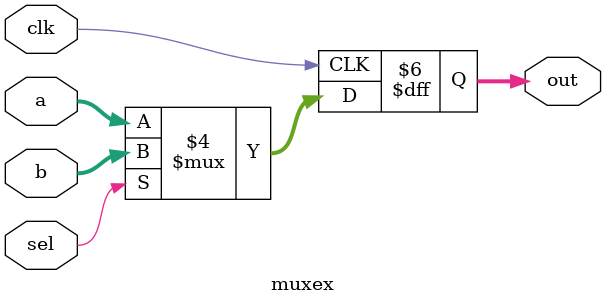
<source format=v>
module muxex(a, b, sel, clk, out);

input [3:0] a;
input [3:0] b;
input sel, clk;
output reg [3:0] out;

always @(posedge clk) begin
	if(sel == 0) begin
		out <= a;
	end
	else begin
		out <= b;
	end
end

endmodule	
</source>
